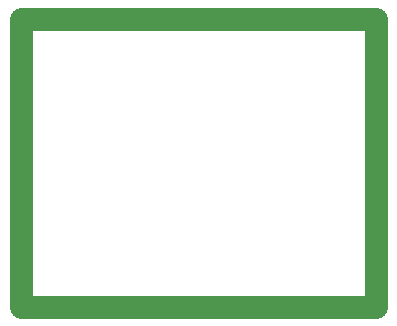
<source format=gbr>
G04 #@! TF.FileFunction,Profile,NP*
%FSLAX46Y46*%
G04 Gerber Fmt 4.6, Leading zero omitted, Abs format (unit mm)*
G04 Created by KiCad (PCBNEW 4.0.5) date 02/20/17 15:48:36*
%MOMM*%
%LPD*%
G01*
G04 APERTURE LIST*
%ADD10C,0.100000*%
%ADD11C,1.981200*%
G04 APERTURE END LIST*
D10*
D11*
X129184400Y-77139800D02*
X129184400Y-101473000D01*
X159258000Y-101473000D02*
X159258000Y-77139800D01*
X129184400Y-101473000D02*
X159258000Y-101473000D01*
X159258000Y-77139800D02*
X129184400Y-77139800D01*
M02*

</source>
